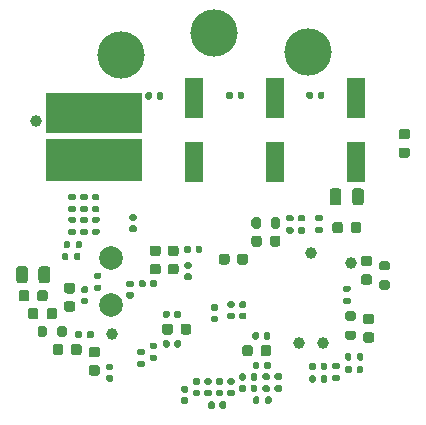
<source format=gbr>
G04 #@! TF.GenerationSoftware,KiCad,Pcbnew,(5.1.8)-1*
G04 #@! TF.CreationDate,2020-11-22T23:20:16-08:00*
G04 #@! TF.ProjectId,Thruster_Controller_V2,54687275-7374-4657-925f-436f6e74726f,rev?*
G04 #@! TF.SameCoordinates,Original*
G04 #@! TF.FileFunction,Soldermask,Top*
G04 #@! TF.FilePolarity,Negative*
%FSLAX46Y46*%
G04 Gerber Fmt 4.6, Leading zero omitted, Abs format (unit mm)*
G04 Created by KiCad (PCBNEW (5.1.8)-1) date 2020-11-22 23:20:16*
%MOMM*%
%LPD*%
G01*
G04 APERTURE LIST*
%ADD10C,0.100000*%
%ADD11R,1.600000X3.500000*%
%ADD12C,0.990600*%
%ADD13C,4.000000*%
%ADD14R,2.500000X1.850000*%
%ADD15C,2.000000*%
%ADD16C,1.000000*%
G04 APERTURE END LIST*
D10*
G36*
X93662500Y-95050000D02*
G01*
X85600000Y-95050000D01*
X85600000Y-91550000D01*
X93637500Y-91550000D01*
X93662500Y-95050000D01*
G37*
X93662500Y-95050000D02*
X85600000Y-95050000D01*
X85600000Y-91550000D01*
X93637500Y-91550000D01*
X93662500Y-95050000D01*
G36*
X93612500Y-91000000D02*
G01*
X85625000Y-90975000D01*
X85625000Y-87650000D01*
X93587500Y-87650000D01*
X93612500Y-91000000D01*
G37*
X93612500Y-91000000D02*
X85625000Y-90975000D01*
X85625000Y-87650000D01*
X93587500Y-87650000D01*
X93612500Y-91000000D01*
D11*
X98150000Y-88100000D03*
X98150000Y-93500000D03*
X105000000Y-88100000D03*
X105000000Y-93500000D03*
X111850000Y-88100000D03*
X111850000Y-93500000D03*
D12*
X106984000Y-108810000D03*
X109016000Y-108810000D03*
X108000000Y-101190000D03*
D13*
X91950000Y-84400000D03*
X99800000Y-82600000D03*
X107800000Y-84150000D03*
D14*
X89900000Y-89175000D03*
X89825000Y-93550000D03*
D15*
X91050000Y-105600000D03*
X91050000Y-101600000D03*
D16*
X111375000Y-102050000D03*
X84775000Y-90050000D03*
X91210000Y-108070000D03*
G36*
G01*
X96100000Y-100575000D02*
X96600000Y-100575000D01*
G75*
G02*
X96825000Y-100800000I0J-225000D01*
G01*
X96825000Y-101250000D01*
G75*
G02*
X96600000Y-101475000I-225000J0D01*
G01*
X96100000Y-101475000D01*
G75*
G02*
X95875000Y-101250000I0J225000D01*
G01*
X95875000Y-100800000D01*
G75*
G02*
X96100000Y-100575000I225000J0D01*
G01*
G37*
G36*
G01*
X96100000Y-102125000D02*
X96600000Y-102125000D01*
G75*
G02*
X96825000Y-102350000I0J-225000D01*
G01*
X96825000Y-102800000D01*
G75*
G02*
X96600000Y-103025000I-225000J0D01*
G01*
X96100000Y-103025000D01*
G75*
G02*
X95875000Y-102800000I0J225000D01*
G01*
X95875000Y-102350000D01*
G75*
G02*
X96100000Y-102125000I225000J0D01*
G01*
G37*
G36*
G01*
X97770000Y-103500000D02*
X97430000Y-103500000D01*
G75*
G02*
X97290000Y-103360000I0J140000D01*
G01*
X97290000Y-103080000D01*
G75*
G02*
X97430000Y-102940000I140000J0D01*
G01*
X97770000Y-102940000D01*
G75*
G02*
X97910000Y-103080000I0J-140000D01*
G01*
X97910000Y-103360000D01*
G75*
G02*
X97770000Y-103500000I-140000J0D01*
G01*
G37*
G36*
G01*
X97770000Y-102540000D02*
X97430000Y-102540000D01*
G75*
G02*
X97290000Y-102400000I0J140000D01*
G01*
X97290000Y-102120000D01*
G75*
G02*
X97430000Y-101980000I140000J0D01*
G01*
X97770000Y-101980000D01*
G75*
G02*
X97910000Y-102120000I0J-140000D01*
G01*
X97910000Y-102400000D01*
G75*
G02*
X97770000Y-102540000I-140000J0D01*
G01*
G37*
G36*
G01*
X110600000Y-95975000D02*
X110600000Y-96925000D01*
G75*
G02*
X110350000Y-97175000I-250000J0D01*
G01*
X109850000Y-97175000D01*
G75*
G02*
X109600000Y-96925000I0J250000D01*
G01*
X109600000Y-95975000D01*
G75*
G02*
X109850000Y-95725000I250000J0D01*
G01*
X110350000Y-95725000D01*
G75*
G02*
X110600000Y-95975000I0J-250000D01*
G01*
G37*
G36*
G01*
X112500000Y-95975000D02*
X112500000Y-96925000D01*
G75*
G02*
X112250000Y-97175000I-250000J0D01*
G01*
X111750000Y-97175000D01*
G75*
G02*
X111500000Y-96925000I0J250000D01*
G01*
X111500000Y-95975000D01*
G75*
G02*
X111750000Y-95725000I250000J0D01*
G01*
X112250000Y-95725000D01*
G75*
G02*
X112500000Y-95975000I0J-250000D01*
G01*
G37*
G36*
G01*
X112275000Y-98800000D02*
X112275000Y-99300000D01*
G75*
G02*
X112050000Y-99525000I-225000J0D01*
G01*
X111600000Y-99525000D01*
G75*
G02*
X111375000Y-99300000I0J225000D01*
G01*
X111375000Y-98800000D01*
G75*
G02*
X111600000Y-98575000I225000J0D01*
G01*
X112050000Y-98575000D01*
G75*
G02*
X112275000Y-98800000I0J-225000D01*
G01*
G37*
G36*
G01*
X110725000Y-98800000D02*
X110725000Y-99300000D01*
G75*
G02*
X110500000Y-99525000I-225000J0D01*
G01*
X110050000Y-99525000D01*
G75*
G02*
X109825000Y-99300000I0J225000D01*
G01*
X109825000Y-98800000D01*
G75*
G02*
X110050000Y-98575000I225000J0D01*
G01*
X110500000Y-98575000D01*
G75*
G02*
X110725000Y-98800000I0J-225000D01*
G01*
G37*
G36*
G01*
X94580000Y-102125000D02*
X95080000Y-102125000D01*
G75*
G02*
X95305000Y-102350000I0J-225000D01*
G01*
X95305000Y-102800000D01*
G75*
G02*
X95080000Y-103025000I-225000J0D01*
G01*
X94580000Y-103025000D01*
G75*
G02*
X94355000Y-102800000I0J225000D01*
G01*
X94355000Y-102350000D01*
G75*
G02*
X94580000Y-102125000I225000J0D01*
G01*
G37*
G36*
G01*
X94580000Y-100575000D02*
X95080000Y-100575000D01*
G75*
G02*
X95305000Y-100800000I0J-225000D01*
G01*
X95305000Y-101250000D01*
G75*
G02*
X95080000Y-101475000I-225000J0D01*
G01*
X94580000Y-101475000D01*
G75*
G02*
X94355000Y-101250000I0J225000D01*
G01*
X94355000Y-100800000D01*
G75*
G02*
X94580000Y-100575000I225000J0D01*
G01*
G37*
G36*
G01*
X103650000Y-110555000D02*
X103650000Y-110895000D01*
G75*
G02*
X103510000Y-111035000I-140000J0D01*
G01*
X103230000Y-111035000D01*
G75*
G02*
X103090000Y-110895000I0J140000D01*
G01*
X103090000Y-110555000D01*
G75*
G02*
X103230000Y-110415000I140000J0D01*
G01*
X103510000Y-110415000D01*
G75*
G02*
X103650000Y-110555000I0J-140000D01*
G01*
G37*
G36*
G01*
X104610000Y-110555000D02*
X104610000Y-110895000D01*
G75*
G02*
X104470000Y-111035000I-140000J0D01*
G01*
X104190000Y-111035000D01*
G75*
G02*
X104050000Y-110895000I0J140000D01*
G01*
X104050000Y-110555000D01*
G75*
G02*
X104190000Y-110415000I140000J0D01*
G01*
X104470000Y-110415000D01*
G75*
G02*
X104610000Y-110555000I0J-140000D01*
G01*
G37*
G36*
G01*
X107870000Y-112040000D02*
X107870000Y-111700000D01*
G75*
G02*
X108010000Y-111560000I140000J0D01*
G01*
X108290000Y-111560000D01*
G75*
G02*
X108430000Y-111700000I0J-140000D01*
G01*
X108430000Y-112040000D01*
G75*
G02*
X108290000Y-112180000I-140000J0D01*
G01*
X108010000Y-112180000D01*
G75*
G02*
X107870000Y-112040000I0J140000D01*
G01*
G37*
G36*
G01*
X108830000Y-112040000D02*
X108830000Y-111700000D01*
G75*
G02*
X108970000Y-111560000I140000J0D01*
G01*
X109250000Y-111560000D01*
G75*
G02*
X109390000Y-111700000I0J-140000D01*
G01*
X109390000Y-112040000D01*
G75*
G02*
X109250000Y-112180000I-140000J0D01*
G01*
X108970000Y-112180000D01*
G75*
G02*
X108830000Y-112040000I0J140000D01*
G01*
G37*
G36*
G01*
X91140000Y-112090000D02*
X90800000Y-112090000D01*
G75*
G02*
X90660000Y-111950000I0J140000D01*
G01*
X90660000Y-111670000D01*
G75*
G02*
X90800000Y-111530000I140000J0D01*
G01*
X91140000Y-111530000D01*
G75*
G02*
X91280000Y-111670000I0J-140000D01*
G01*
X91280000Y-111950000D01*
G75*
G02*
X91140000Y-112090000I-140000J0D01*
G01*
G37*
G36*
G01*
X91140000Y-111130000D02*
X90800000Y-111130000D01*
G75*
G02*
X90660000Y-110990000I0J140000D01*
G01*
X90660000Y-110710000D01*
G75*
G02*
X90800000Y-110570000I140000J0D01*
G01*
X91140000Y-110570000D01*
G75*
G02*
X91280000Y-110710000I0J-140000D01*
G01*
X91280000Y-110990000D01*
G75*
G02*
X91140000Y-111130000I-140000J0D01*
G01*
G37*
G36*
G01*
X98250000Y-101070000D02*
X98250000Y-100730000D01*
G75*
G02*
X98390000Y-100590000I140000J0D01*
G01*
X98670000Y-100590000D01*
G75*
G02*
X98810000Y-100730000I0J-140000D01*
G01*
X98810000Y-101070000D01*
G75*
G02*
X98670000Y-101210000I-140000J0D01*
G01*
X98390000Y-101210000D01*
G75*
G02*
X98250000Y-101070000I0J140000D01*
G01*
G37*
G36*
G01*
X97290000Y-101070000D02*
X97290000Y-100730000D01*
G75*
G02*
X97430000Y-100590000I140000J0D01*
G01*
X97710000Y-100590000D01*
G75*
G02*
X97850000Y-100730000I0J-140000D01*
G01*
X97850000Y-101070000D01*
G75*
G02*
X97710000Y-101210000I-140000J0D01*
G01*
X97430000Y-101210000D01*
G75*
G02*
X97290000Y-101070000I0J140000D01*
G01*
G37*
G36*
G01*
X107640000Y-88020000D02*
X107640000Y-87680000D01*
G75*
G02*
X107780000Y-87540000I140000J0D01*
G01*
X108060000Y-87540000D01*
G75*
G02*
X108200000Y-87680000I0J-140000D01*
G01*
X108200000Y-88020000D01*
G75*
G02*
X108060000Y-88160000I-140000J0D01*
G01*
X107780000Y-88160000D01*
G75*
G02*
X107640000Y-88020000I0J140000D01*
G01*
G37*
G36*
G01*
X108600000Y-88020000D02*
X108600000Y-87680000D01*
G75*
G02*
X108740000Y-87540000I140000J0D01*
G01*
X109020000Y-87540000D01*
G75*
G02*
X109160000Y-87680000I0J-140000D01*
G01*
X109160000Y-88020000D01*
G75*
G02*
X109020000Y-88160000I-140000J0D01*
G01*
X108740000Y-88160000D01*
G75*
G02*
X108600000Y-88020000I0J140000D01*
G01*
G37*
G36*
G01*
X101800000Y-88020000D02*
X101800000Y-87680000D01*
G75*
G02*
X101940000Y-87540000I140000J0D01*
G01*
X102220000Y-87540000D01*
G75*
G02*
X102360000Y-87680000I0J-140000D01*
G01*
X102360000Y-88020000D01*
G75*
G02*
X102220000Y-88160000I-140000J0D01*
G01*
X101940000Y-88160000D01*
G75*
G02*
X101800000Y-88020000I0J140000D01*
G01*
G37*
G36*
G01*
X100840000Y-88020000D02*
X100840000Y-87680000D01*
G75*
G02*
X100980000Y-87540000I140000J0D01*
G01*
X101260000Y-87540000D01*
G75*
G02*
X101400000Y-87680000I0J-140000D01*
G01*
X101400000Y-88020000D01*
G75*
G02*
X101260000Y-88160000I-140000J0D01*
G01*
X100980000Y-88160000D01*
G75*
G02*
X100840000Y-88020000I0J140000D01*
G01*
G37*
G36*
G01*
X94950000Y-88070000D02*
X94950000Y-87730000D01*
G75*
G02*
X95090000Y-87590000I140000J0D01*
G01*
X95370000Y-87590000D01*
G75*
G02*
X95510000Y-87730000I0J-140000D01*
G01*
X95510000Y-88070000D01*
G75*
G02*
X95370000Y-88210000I-140000J0D01*
G01*
X95090000Y-88210000D01*
G75*
G02*
X94950000Y-88070000I0J140000D01*
G01*
G37*
G36*
G01*
X93990000Y-88070000D02*
X93990000Y-87730000D01*
G75*
G02*
X94130000Y-87590000I140000J0D01*
G01*
X94410000Y-87590000D01*
G75*
G02*
X94550000Y-87730000I0J-140000D01*
G01*
X94550000Y-88070000D01*
G75*
G02*
X94410000Y-88210000I-140000J0D01*
G01*
X94130000Y-88210000D01*
G75*
G02*
X93990000Y-88070000I0J140000D01*
G01*
G37*
G36*
G01*
X96975000Y-107900000D02*
X96975000Y-107400000D01*
G75*
G02*
X97200000Y-107175000I225000J0D01*
G01*
X97650000Y-107175000D01*
G75*
G02*
X97875000Y-107400000I0J-225000D01*
G01*
X97875000Y-107900000D01*
G75*
G02*
X97650000Y-108125000I-225000J0D01*
G01*
X97200000Y-108125000D01*
G75*
G02*
X96975000Y-107900000I0J225000D01*
G01*
G37*
G36*
G01*
X95425000Y-107900000D02*
X95425000Y-107400000D01*
G75*
G02*
X95650000Y-107175000I225000J0D01*
G01*
X96100000Y-107175000D01*
G75*
G02*
X96325000Y-107400000I0J-225000D01*
G01*
X96325000Y-107900000D01*
G75*
G02*
X96100000Y-108125000I-225000J0D01*
G01*
X95650000Y-108125000D01*
G75*
G02*
X95425000Y-107900000I0J225000D01*
G01*
G37*
G36*
G01*
X107870000Y-110980000D02*
X107870000Y-110640000D01*
G75*
G02*
X108010000Y-110500000I140000J0D01*
G01*
X108290000Y-110500000D01*
G75*
G02*
X108430000Y-110640000I0J-140000D01*
G01*
X108430000Y-110980000D01*
G75*
G02*
X108290000Y-111120000I-140000J0D01*
G01*
X108010000Y-111120000D01*
G75*
G02*
X107870000Y-110980000I0J140000D01*
G01*
G37*
G36*
G01*
X108830000Y-110980000D02*
X108830000Y-110640000D01*
G75*
G02*
X108970000Y-110500000I140000J0D01*
G01*
X109250000Y-110500000D01*
G75*
G02*
X109390000Y-110640000I0J-140000D01*
G01*
X109390000Y-110980000D01*
G75*
G02*
X109250000Y-111120000I-140000J0D01*
G01*
X108970000Y-111120000D01*
G75*
G02*
X108830000Y-110980000I0J140000D01*
G01*
G37*
G36*
G01*
X104650000Y-109225000D02*
X104650000Y-109725000D01*
G75*
G02*
X104425000Y-109950000I-225000J0D01*
G01*
X103975000Y-109950000D01*
G75*
G02*
X103750000Y-109725000I0J225000D01*
G01*
X103750000Y-109225000D01*
G75*
G02*
X103975000Y-109000000I225000J0D01*
G01*
X104425000Y-109000000D01*
G75*
G02*
X104650000Y-109225000I0J-225000D01*
G01*
G37*
G36*
G01*
X103100000Y-109225000D02*
X103100000Y-109725000D01*
G75*
G02*
X102875000Y-109950000I-225000J0D01*
G01*
X102425000Y-109950000D01*
G75*
G02*
X102200000Y-109725000I0J225000D01*
G01*
X102200000Y-109225000D01*
G75*
G02*
X102425000Y-109000000I225000J0D01*
G01*
X102875000Y-109000000D01*
G75*
G02*
X103100000Y-109225000I0J-225000D01*
G01*
G37*
G36*
G01*
X99470000Y-113335000D02*
X99130000Y-113335000D01*
G75*
G02*
X98990000Y-113195000I0J140000D01*
G01*
X98990000Y-112915000D01*
G75*
G02*
X99130000Y-112775000I140000J0D01*
G01*
X99470000Y-112775000D01*
G75*
G02*
X99610000Y-112915000I0J-140000D01*
G01*
X99610000Y-113195000D01*
G75*
G02*
X99470000Y-113335000I-140000J0D01*
G01*
G37*
G36*
G01*
X99470000Y-112375000D02*
X99130000Y-112375000D01*
G75*
G02*
X98990000Y-112235000I0J140000D01*
G01*
X98990000Y-111955000D01*
G75*
G02*
X99130000Y-111815000I140000J0D01*
G01*
X99470000Y-111815000D01*
G75*
G02*
X99610000Y-111955000I0J-140000D01*
G01*
X99610000Y-112235000D01*
G75*
G02*
X99470000Y-112375000I-140000J0D01*
G01*
G37*
G36*
G01*
X101125000Y-101475000D02*
X101125000Y-101975000D01*
G75*
G02*
X100900000Y-102200000I-225000J0D01*
G01*
X100450000Y-102200000D01*
G75*
G02*
X100225000Y-101975000I0J225000D01*
G01*
X100225000Y-101475000D01*
G75*
G02*
X100450000Y-101250000I225000J0D01*
G01*
X100900000Y-101250000D01*
G75*
G02*
X101125000Y-101475000I0J-225000D01*
G01*
G37*
G36*
G01*
X102675000Y-101475000D02*
X102675000Y-101975000D01*
G75*
G02*
X102450000Y-102200000I-225000J0D01*
G01*
X102000000Y-102200000D01*
G75*
G02*
X101775000Y-101975000I0J225000D01*
G01*
X101775000Y-101475000D01*
G75*
G02*
X102000000Y-101250000I225000J0D01*
G01*
X102450000Y-101250000D01*
G75*
G02*
X102675000Y-101475000I0J-225000D01*
G01*
G37*
G36*
G01*
X86155000Y-109630000D02*
X86155000Y-109130000D01*
G75*
G02*
X86380000Y-108905000I225000J0D01*
G01*
X86830000Y-108905000D01*
G75*
G02*
X87055000Y-109130000I0J-225000D01*
G01*
X87055000Y-109630000D01*
G75*
G02*
X86830000Y-109855000I-225000J0D01*
G01*
X86380000Y-109855000D01*
G75*
G02*
X86155000Y-109630000I0J225000D01*
G01*
G37*
G36*
G01*
X87705000Y-109630000D02*
X87705000Y-109130000D01*
G75*
G02*
X87930000Y-108905000I225000J0D01*
G01*
X88380000Y-108905000D01*
G75*
G02*
X88605000Y-109130000I0J-225000D01*
G01*
X88605000Y-109630000D01*
G75*
G02*
X88380000Y-109855000I-225000J0D01*
G01*
X87930000Y-109855000D01*
G75*
G02*
X87705000Y-109630000I0J225000D01*
G01*
G37*
G36*
G01*
X100445000Y-113335000D02*
X100105000Y-113335000D01*
G75*
G02*
X99965000Y-113195000I0J140000D01*
G01*
X99965000Y-112915000D01*
G75*
G02*
X100105000Y-112775000I140000J0D01*
G01*
X100445000Y-112775000D01*
G75*
G02*
X100585000Y-112915000I0J-140000D01*
G01*
X100585000Y-113195000D01*
G75*
G02*
X100445000Y-113335000I-140000J0D01*
G01*
G37*
G36*
G01*
X100445000Y-112375000D02*
X100105000Y-112375000D01*
G75*
G02*
X99965000Y-112235000I0J140000D01*
G01*
X99965000Y-111955000D01*
G75*
G02*
X100105000Y-111815000I140000J0D01*
G01*
X100445000Y-111815000D01*
G75*
G02*
X100585000Y-111955000I0J-140000D01*
G01*
X100585000Y-112235000D01*
G75*
G02*
X100445000Y-112375000I-140000J0D01*
G01*
G37*
G36*
G01*
X89020000Y-104600000D02*
X88680000Y-104600000D01*
G75*
G02*
X88540000Y-104460000I0J140000D01*
G01*
X88540000Y-104180000D01*
G75*
G02*
X88680000Y-104040000I140000J0D01*
G01*
X89020000Y-104040000D01*
G75*
G02*
X89160000Y-104180000I0J-140000D01*
G01*
X89160000Y-104460000D01*
G75*
G02*
X89020000Y-104600000I-140000J0D01*
G01*
G37*
G36*
G01*
X89020000Y-105560000D02*
X88680000Y-105560000D01*
G75*
G02*
X88540000Y-105420000I0J140000D01*
G01*
X88540000Y-105140000D01*
G75*
G02*
X88680000Y-105000000I140000J0D01*
G01*
X89020000Y-105000000D01*
G75*
G02*
X89160000Y-105140000I0J-140000D01*
G01*
X89160000Y-105420000D01*
G75*
G02*
X89020000Y-105560000I-140000J0D01*
G01*
G37*
G36*
G01*
X92780000Y-97915000D02*
X93120000Y-97915000D01*
G75*
G02*
X93260000Y-98055000I0J-140000D01*
G01*
X93260000Y-98335000D01*
G75*
G02*
X93120000Y-98475000I-140000J0D01*
G01*
X92780000Y-98475000D01*
G75*
G02*
X92640000Y-98335000I0J140000D01*
G01*
X92640000Y-98055000D01*
G75*
G02*
X92780000Y-97915000I140000J0D01*
G01*
G37*
G36*
G01*
X92780000Y-98875000D02*
X93120000Y-98875000D01*
G75*
G02*
X93260000Y-99015000I0J-140000D01*
G01*
X93260000Y-99295000D01*
G75*
G02*
X93120000Y-99435000I-140000J0D01*
G01*
X92780000Y-99435000D01*
G75*
G02*
X92640000Y-99295000I0J140000D01*
G01*
X92640000Y-99015000D01*
G75*
G02*
X92780000Y-98875000I140000J0D01*
G01*
G37*
G36*
G01*
X89430000Y-110695000D02*
X89930000Y-110695000D01*
G75*
G02*
X90155000Y-110920000I0J-225000D01*
G01*
X90155000Y-111370000D01*
G75*
G02*
X89930000Y-111595000I-225000J0D01*
G01*
X89430000Y-111595000D01*
G75*
G02*
X89205000Y-111370000I0J225000D01*
G01*
X89205000Y-110920000D01*
G75*
G02*
X89430000Y-110695000I225000J0D01*
G01*
G37*
G36*
G01*
X89430000Y-109145000D02*
X89930000Y-109145000D01*
G75*
G02*
X90155000Y-109370000I0J-225000D01*
G01*
X90155000Y-109820000D01*
G75*
G02*
X89930000Y-110045000I-225000J0D01*
G01*
X89430000Y-110045000D01*
G75*
G02*
X89205000Y-109820000I0J225000D01*
G01*
X89205000Y-109370000D01*
G75*
G02*
X89430000Y-109145000I225000J0D01*
G01*
G37*
G36*
G01*
X87830000Y-104635000D02*
X87330000Y-104635000D01*
G75*
G02*
X87105000Y-104410000I0J225000D01*
G01*
X87105000Y-103960000D01*
G75*
G02*
X87330000Y-103735000I225000J0D01*
G01*
X87830000Y-103735000D01*
G75*
G02*
X88055000Y-103960000I0J-225000D01*
G01*
X88055000Y-104410000D01*
G75*
G02*
X87830000Y-104635000I-225000J0D01*
G01*
G37*
G36*
G01*
X87830000Y-106185000D02*
X87330000Y-106185000D01*
G75*
G02*
X87105000Y-105960000I0J225000D01*
G01*
X87105000Y-105510000D01*
G75*
G02*
X87330000Y-105285000I225000J0D01*
G01*
X87830000Y-105285000D01*
G75*
G02*
X88055000Y-105510000I0J-225000D01*
G01*
X88055000Y-105960000D01*
G75*
G02*
X87830000Y-106185000I-225000J0D01*
G01*
G37*
G36*
G01*
X101420000Y-112375000D02*
X101080000Y-112375000D01*
G75*
G02*
X100940000Y-112235000I0J140000D01*
G01*
X100940000Y-111955000D01*
G75*
G02*
X101080000Y-111815000I140000J0D01*
G01*
X101420000Y-111815000D01*
G75*
G02*
X101560000Y-111955000I0J-140000D01*
G01*
X101560000Y-112235000D01*
G75*
G02*
X101420000Y-112375000I-140000J0D01*
G01*
G37*
G36*
G01*
X101420000Y-113335000D02*
X101080000Y-113335000D01*
G75*
G02*
X100940000Y-113195000I0J140000D01*
G01*
X100940000Y-112915000D01*
G75*
G02*
X101080000Y-112775000I140000J0D01*
G01*
X101420000Y-112775000D01*
G75*
G02*
X101560000Y-112915000I0J-140000D01*
G01*
X101560000Y-113195000D01*
G75*
G02*
X101420000Y-113335000I-140000J0D01*
G01*
G37*
G36*
G01*
X103460000Y-111530000D02*
X103460000Y-111870000D01*
G75*
G02*
X103320000Y-112010000I-140000J0D01*
G01*
X103040000Y-112010000D01*
G75*
G02*
X102900000Y-111870000I0J140000D01*
G01*
X102900000Y-111530000D01*
G75*
G02*
X103040000Y-111390000I140000J0D01*
G01*
X103320000Y-111390000D01*
G75*
G02*
X103460000Y-111530000I0J-140000D01*
G01*
G37*
G36*
G01*
X102500000Y-111530000D02*
X102500000Y-111870000D01*
G75*
G02*
X102360000Y-112010000I-140000J0D01*
G01*
X102080000Y-112010000D01*
G75*
G02*
X101940000Y-111870000I0J140000D01*
G01*
X101940000Y-111530000D01*
G75*
G02*
X102080000Y-111390000I140000J0D01*
G01*
X102360000Y-111390000D01*
G75*
G02*
X102500000Y-111530000I0J-140000D01*
G01*
G37*
G36*
G01*
X98495000Y-113335000D02*
X98155000Y-113335000D01*
G75*
G02*
X98015000Y-113195000I0J140000D01*
G01*
X98015000Y-112915000D01*
G75*
G02*
X98155000Y-112775000I140000J0D01*
G01*
X98495000Y-112775000D01*
G75*
G02*
X98635000Y-112915000I0J-140000D01*
G01*
X98635000Y-113195000D01*
G75*
G02*
X98495000Y-113335000I-140000J0D01*
G01*
G37*
G36*
G01*
X98495000Y-112375000D02*
X98155000Y-112375000D01*
G75*
G02*
X98015000Y-112235000I0J140000D01*
G01*
X98015000Y-111955000D01*
G75*
G02*
X98155000Y-111815000I140000J0D01*
G01*
X98495000Y-111815000D01*
G75*
G02*
X98635000Y-111955000I0J-140000D01*
G01*
X98635000Y-112235000D01*
G75*
G02*
X98495000Y-112375000I-140000J0D01*
G01*
G37*
G36*
G01*
X103460000Y-112505000D02*
X103460000Y-112845000D01*
G75*
G02*
X103320000Y-112985000I-140000J0D01*
G01*
X103040000Y-112985000D01*
G75*
G02*
X102900000Y-112845000I0J140000D01*
G01*
X102900000Y-112505000D01*
G75*
G02*
X103040000Y-112365000I140000J0D01*
G01*
X103320000Y-112365000D01*
G75*
G02*
X103460000Y-112505000I0J-140000D01*
G01*
G37*
G36*
G01*
X102500000Y-112505000D02*
X102500000Y-112845000D01*
G75*
G02*
X102360000Y-112985000I-140000J0D01*
G01*
X102080000Y-112985000D01*
G75*
G02*
X101940000Y-112845000I0J140000D01*
G01*
X101940000Y-112505000D01*
G75*
G02*
X102080000Y-112365000I140000J0D01*
G01*
X102360000Y-112365000D01*
G75*
G02*
X102500000Y-112505000I0J-140000D01*
G01*
G37*
G36*
G01*
X103625000Y-108055000D02*
X103625000Y-108395000D01*
G75*
G02*
X103485000Y-108535000I-140000J0D01*
G01*
X103205000Y-108535000D01*
G75*
G02*
X103065000Y-108395000I0J140000D01*
G01*
X103065000Y-108055000D01*
G75*
G02*
X103205000Y-107915000I140000J0D01*
G01*
X103485000Y-107915000D01*
G75*
G02*
X103625000Y-108055000I0J-140000D01*
G01*
G37*
G36*
G01*
X104585000Y-108055000D02*
X104585000Y-108395000D01*
G75*
G02*
X104445000Y-108535000I-140000J0D01*
G01*
X104165000Y-108535000D01*
G75*
G02*
X104025000Y-108395000I0J140000D01*
G01*
X104025000Y-108055000D01*
G75*
G02*
X104165000Y-107915000I140000J0D01*
G01*
X104445000Y-107915000D01*
G75*
G02*
X104585000Y-108055000I0J-140000D01*
G01*
G37*
G36*
G01*
X97495000Y-113985000D02*
X97155000Y-113985000D01*
G75*
G02*
X97015000Y-113845000I0J140000D01*
G01*
X97015000Y-113565000D01*
G75*
G02*
X97155000Y-113425000I140000J0D01*
G01*
X97495000Y-113425000D01*
G75*
G02*
X97635000Y-113565000I0J-140000D01*
G01*
X97635000Y-113845000D01*
G75*
G02*
X97495000Y-113985000I-140000J0D01*
G01*
G37*
G36*
G01*
X97495000Y-113025000D02*
X97155000Y-113025000D01*
G75*
G02*
X97015000Y-112885000I0J140000D01*
G01*
X97015000Y-112605000D01*
G75*
G02*
X97155000Y-112465000I140000J0D01*
G01*
X97495000Y-112465000D01*
G75*
G02*
X97635000Y-112605000I0J-140000D01*
G01*
X97635000Y-112885000D01*
G75*
G02*
X97495000Y-113025000I-140000J0D01*
G01*
G37*
G36*
G01*
X110920000Y-111260000D02*
X110920000Y-110920000D01*
G75*
G02*
X111060000Y-110780000I140000J0D01*
G01*
X111340000Y-110780000D01*
G75*
G02*
X111480000Y-110920000I0J-140000D01*
G01*
X111480000Y-111260000D01*
G75*
G02*
X111340000Y-111400000I-140000J0D01*
G01*
X111060000Y-111400000D01*
G75*
G02*
X110920000Y-111260000I0J140000D01*
G01*
G37*
G36*
G01*
X111880000Y-111260000D02*
X111880000Y-110920000D01*
G75*
G02*
X112020000Y-110780000I140000J0D01*
G01*
X112300000Y-110780000D01*
G75*
G02*
X112440000Y-110920000I0J-140000D01*
G01*
X112440000Y-111260000D01*
G75*
G02*
X112300000Y-111400000I-140000J0D01*
G01*
X112020000Y-111400000D01*
G75*
G02*
X111880000Y-111260000I0J140000D01*
G01*
G37*
G36*
G01*
X94010000Y-103630000D02*
X94010000Y-103970000D01*
G75*
G02*
X93870000Y-104110000I-140000J0D01*
G01*
X93590000Y-104110000D01*
G75*
G02*
X93450000Y-103970000I0J140000D01*
G01*
X93450000Y-103630000D01*
G75*
G02*
X93590000Y-103490000I140000J0D01*
G01*
X93870000Y-103490000D01*
G75*
G02*
X94010000Y-103630000I0J-140000D01*
G01*
G37*
G36*
G01*
X94970000Y-103630000D02*
X94970000Y-103970000D01*
G75*
G02*
X94830000Y-104110000I-140000J0D01*
G01*
X94550000Y-104110000D01*
G75*
G02*
X94410000Y-103970000I0J140000D01*
G01*
X94410000Y-103630000D01*
G75*
G02*
X94550000Y-103490000I140000J0D01*
G01*
X94830000Y-103490000D01*
G75*
G02*
X94970000Y-103630000I0J-140000D01*
G01*
G37*
G36*
G01*
X92870000Y-105060000D02*
X92530000Y-105060000D01*
G75*
G02*
X92390000Y-104920000I0J140000D01*
G01*
X92390000Y-104640000D01*
G75*
G02*
X92530000Y-104500000I140000J0D01*
G01*
X92870000Y-104500000D01*
G75*
G02*
X93010000Y-104640000I0J-140000D01*
G01*
X93010000Y-104920000D01*
G75*
G02*
X92870000Y-105060000I-140000J0D01*
G01*
G37*
G36*
G01*
X92870000Y-104100000D02*
X92530000Y-104100000D01*
G75*
G02*
X92390000Y-103960000I0J140000D01*
G01*
X92390000Y-103680000D01*
G75*
G02*
X92530000Y-103540000I140000J0D01*
G01*
X92870000Y-103540000D01*
G75*
G02*
X93010000Y-103680000I0J-140000D01*
G01*
X93010000Y-103960000D01*
G75*
G02*
X92870000Y-104100000I-140000J0D01*
G01*
G37*
G36*
G01*
X101080000Y-106250000D02*
X101420000Y-106250000D01*
G75*
G02*
X101560000Y-106390000I0J-140000D01*
G01*
X101560000Y-106670000D01*
G75*
G02*
X101420000Y-106810000I-140000J0D01*
G01*
X101080000Y-106810000D01*
G75*
G02*
X100940000Y-106670000I0J140000D01*
G01*
X100940000Y-106390000D01*
G75*
G02*
X101080000Y-106250000I140000J0D01*
G01*
G37*
G36*
G01*
X101080000Y-105290000D02*
X101420000Y-105290000D01*
G75*
G02*
X101560000Y-105430000I0J-140000D01*
G01*
X101560000Y-105710000D01*
G75*
G02*
X101420000Y-105850000I-140000J0D01*
G01*
X101080000Y-105850000D01*
G75*
G02*
X100940000Y-105710000I0J140000D01*
G01*
X100940000Y-105430000D01*
G75*
G02*
X101080000Y-105290000I140000J0D01*
G01*
G37*
G36*
G01*
X96450000Y-109070000D02*
X96450000Y-108730000D01*
G75*
G02*
X96590000Y-108590000I140000J0D01*
G01*
X96870000Y-108590000D01*
G75*
G02*
X97010000Y-108730000I0J-140000D01*
G01*
X97010000Y-109070000D01*
G75*
G02*
X96870000Y-109210000I-140000J0D01*
G01*
X96590000Y-109210000D01*
G75*
G02*
X96450000Y-109070000I0J140000D01*
G01*
G37*
G36*
G01*
X95490000Y-109070000D02*
X95490000Y-108730000D01*
G75*
G02*
X95630000Y-108590000I140000J0D01*
G01*
X95910000Y-108590000D01*
G75*
G02*
X96050000Y-108730000I0J-140000D01*
G01*
X96050000Y-109070000D01*
G75*
G02*
X95910000Y-109210000I-140000J0D01*
G01*
X95630000Y-109210000D01*
G75*
G02*
X95490000Y-109070000I0J140000D01*
G01*
G37*
G36*
G01*
X102080000Y-106250000D02*
X102420000Y-106250000D01*
G75*
G02*
X102560000Y-106390000I0J-140000D01*
G01*
X102560000Y-106670000D01*
G75*
G02*
X102420000Y-106810000I-140000J0D01*
G01*
X102080000Y-106810000D01*
G75*
G02*
X101940000Y-106670000I0J140000D01*
G01*
X101940000Y-106390000D01*
G75*
G02*
X102080000Y-106250000I140000J0D01*
G01*
G37*
G36*
G01*
X102080000Y-105290000D02*
X102420000Y-105290000D01*
G75*
G02*
X102560000Y-105430000I0J-140000D01*
G01*
X102560000Y-105710000D01*
G75*
G02*
X102420000Y-105850000I-140000J0D01*
G01*
X102080000Y-105850000D01*
G75*
G02*
X101940000Y-105710000I0J140000D01*
G01*
X101940000Y-105430000D01*
G75*
G02*
X102080000Y-105290000I140000J0D01*
G01*
G37*
G36*
G01*
X95490000Y-106570000D02*
X95490000Y-106230000D01*
G75*
G02*
X95630000Y-106090000I140000J0D01*
G01*
X95910000Y-106090000D01*
G75*
G02*
X96050000Y-106230000I0J-140000D01*
G01*
X96050000Y-106570000D01*
G75*
G02*
X95910000Y-106710000I-140000J0D01*
G01*
X95630000Y-106710000D01*
G75*
G02*
X95490000Y-106570000I0J140000D01*
G01*
G37*
G36*
G01*
X96450000Y-106570000D02*
X96450000Y-106230000D01*
G75*
G02*
X96590000Y-106090000I140000J0D01*
G01*
X96870000Y-106090000D01*
G75*
G02*
X97010000Y-106230000I0J-140000D01*
G01*
X97010000Y-106570000D01*
G75*
G02*
X96870000Y-106710000I-140000J0D01*
G01*
X96590000Y-106710000D01*
G75*
G02*
X96450000Y-106570000I0J140000D01*
G01*
G37*
G36*
G01*
X99680000Y-106500000D02*
X100020000Y-106500000D01*
G75*
G02*
X100160000Y-106640000I0J-140000D01*
G01*
X100160000Y-106920000D01*
G75*
G02*
X100020000Y-107060000I-140000J0D01*
G01*
X99680000Y-107060000D01*
G75*
G02*
X99540000Y-106920000I0J140000D01*
G01*
X99540000Y-106640000D01*
G75*
G02*
X99680000Y-106500000I140000J0D01*
G01*
G37*
G36*
G01*
X99680000Y-105540000D02*
X100020000Y-105540000D01*
G75*
G02*
X100160000Y-105680000I0J-140000D01*
G01*
X100160000Y-105960000D01*
G75*
G02*
X100020000Y-106100000I-140000J0D01*
G01*
X99680000Y-106100000D01*
G75*
G02*
X99540000Y-105960000I0J140000D01*
G01*
X99540000Y-105680000D01*
G75*
G02*
X99680000Y-105540000I140000J0D01*
G01*
G37*
G36*
G01*
X85950000Y-102575000D02*
X85950000Y-103525000D01*
G75*
G02*
X85700000Y-103775000I-250000J0D01*
G01*
X85200000Y-103775000D01*
G75*
G02*
X84950000Y-103525000I0J250000D01*
G01*
X84950000Y-102575000D01*
G75*
G02*
X85200000Y-102325000I250000J0D01*
G01*
X85700000Y-102325000D01*
G75*
G02*
X85950000Y-102575000I0J-250000D01*
G01*
G37*
G36*
G01*
X84050000Y-102575000D02*
X84050000Y-103525000D01*
G75*
G02*
X83800000Y-103775000I-250000J0D01*
G01*
X83300000Y-103775000D01*
G75*
G02*
X83050000Y-103525000I0J250000D01*
G01*
X83050000Y-102575000D01*
G75*
G02*
X83300000Y-102325000I250000J0D01*
G01*
X83800000Y-102325000D01*
G75*
G02*
X84050000Y-102575000I0J-250000D01*
G01*
G37*
G36*
G01*
X85725000Y-104570000D02*
X85725000Y-105070000D01*
G75*
G02*
X85500000Y-105295000I-225000J0D01*
G01*
X85050000Y-105295000D01*
G75*
G02*
X84825000Y-105070000I0J225000D01*
G01*
X84825000Y-104570000D01*
G75*
G02*
X85050000Y-104345000I225000J0D01*
G01*
X85500000Y-104345000D01*
G75*
G02*
X85725000Y-104570000I0J-225000D01*
G01*
G37*
G36*
G01*
X84175000Y-104570000D02*
X84175000Y-105070000D01*
G75*
G02*
X83950000Y-105295000I-225000J0D01*
G01*
X83500000Y-105295000D01*
G75*
G02*
X83275000Y-105070000I0J225000D01*
G01*
X83275000Y-104570000D01*
G75*
G02*
X83500000Y-104345000I225000J0D01*
G01*
X83950000Y-104345000D01*
G75*
G02*
X84175000Y-104570000I0J-225000D01*
G01*
G37*
G36*
G01*
X116181250Y-91575000D02*
X115668750Y-91575000D01*
G75*
G02*
X115450000Y-91356250I0J218750D01*
G01*
X115450000Y-90918750D01*
G75*
G02*
X115668750Y-90700000I218750J0D01*
G01*
X116181250Y-90700000D01*
G75*
G02*
X116400000Y-90918750I0J-218750D01*
G01*
X116400000Y-91356250D01*
G75*
G02*
X116181250Y-91575000I-218750J0D01*
G01*
G37*
G36*
G01*
X116181250Y-93150000D02*
X115668750Y-93150000D01*
G75*
G02*
X115450000Y-92931250I0J218750D01*
G01*
X115450000Y-92493750D01*
G75*
G02*
X115668750Y-92275000I218750J0D01*
G01*
X116181250Y-92275000D01*
G75*
G02*
X116400000Y-92493750I0J-218750D01*
G01*
X116400000Y-92931250D01*
G75*
G02*
X116181250Y-93150000I-218750J0D01*
G01*
G37*
G36*
G01*
X104550000Y-100456250D02*
X104550000Y-99943750D01*
G75*
G02*
X104768750Y-99725000I218750J0D01*
G01*
X105206250Y-99725000D01*
G75*
G02*
X105425000Y-99943750I0J-218750D01*
G01*
X105425000Y-100456250D01*
G75*
G02*
X105206250Y-100675000I-218750J0D01*
G01*
X104768750Y-100675000D01*
G75*
G02*
X104550000Y-100456250I0J218750D01*
G01*
G37*
G36*
G01*
X102975000Y-100456250D02*
X102975000Y-99943750D01*
G75*
G02*
X103193750Y-99725000I218750J0D01*
G01*
X103631250Y-99725000D01*
G75*
G02*
X103850000Y-99943750I0J-218750D01*
G01*
X103850000Y-100456250D01*
G75*
G02*
X103631250Y-100675000I-218750J0D01*
G01*
X103193750Y-100675000D01*
G75*
G02*
X102975000Y-100456250I0J218750D01*
G01*
G37*
G36*
G01*
X112981250Y-103900000D02*
X112468750Y-103900000D01*
G75*
G02*
X112250000Y-103681250I0J218750D01*
G01*
X112250000Y-103243750D01*
G75*
G02*
X112468750Y-103025000I218750J0D01*
G01*
X112981250Y-103025000D01*
G75*
G02*
X113200000Y-103243750I0J-218750D01*
G01*
X113200000Y-103681250D01*
G75*
G02*
X112981250Y-103900000I-218750J0D01*
G01*
G37*
G36*
G01*
X112981250Y-102325000D02*
X112468750Y-102325000D01*
G75*
G02*
X112250000Y-102106250I0J218750D01*
G01*
X112250000Y-101668750D01*
G75*
G02*
X112468750Y-101450000I218750J0D01*
G01*
X112981250Y-101450000D01*
G75*
G02*
X113200000Y-101668750I0J-218750D01*
G01*
X113200000Y-102106250D01*
G75*
G02*
X112981250Y-102325000I-218750J0D01*
G01*
G37*
G36*
G01*
X84065000Y-106596250D02*
X84065000Y-106083750D01*
G75*
G02*
X84283750Y-105865000I218750J0D01*
G01*
X84721250Y-105865000D01*
G75*
G02*
X84940000Y-106083750I0J-218750D01*
G01*
X84940000Y-106596250D01*
G75*
G02*
X84721250Y-106815000I-218750J0D01*
G01*
X84283750Y-106815000D01*
G75*
G02*
X84065000Y-106596250I0J218750D01*
G01*
G37*
G36*
G01*
X85640000Y-106596250D02*
X85640000Y-106083750D01*
G75*
G02*
X85858750Y-105865000I218750J0D01*
G01*
X86296250Y-105865000D01*
G75*
G02*
X86515000Y-106083750I0J-218750D01*
G01*
X86515000Y-106596250D01*
G75*
G02*
X86296250Y-106815000I-218750J0D01*
G01*
X85858750Y-106815000D01*
G75*
G02*
X85640000Y-106596250I0J218750D01*
G01*
G37*
G36*
G01*
X112643750Y-106350000D02*
X113156250Y-106350000D01*
G75*
G02*
X113375000Y-106568750I0J-218750D01*
G01*
X113375000Y-107006250D01*
G75*
G02*
X113156250Y-107225000I-218750J0D01*
G01*
X112643750Y-107225000D01*
G75*
G02*
X112425000Y-107006250I0J218750D01*
G01*
X112425000Y-106568750D01*
G75*
G02*
X112643750Y-106350000I218750J0D01*
G01*
G37*
G36*
G01*
X112643750Y-107925000D02*
X113156250Y-107925000D01*
G75*
G02*
X113375000Y-108143750I0J-218750D01*
G01*
X113375000Y-108581250D01*
G75*
G02*
X113156250Y-108800000I-218750J0D01*
G01*
X112643750Y-108800000D01*
G75*
G02*
X112425000Y-108581250I0J218750D01*
G01*
X112425000Y-108143750D01*
G75*
G02*
X112643750Y-107925000I218750J0D01*
G01*
G37*
G36*
G01*
X89030000Y-108292500D02*
X89030000Y-107947500D01*
G75*
G02*
X89177500Y-107800000I147500J0D01*
G01*
X89472500Y-107800000D01*
G75*
G02*
X89620000Y-107947500I0J-147500D01*
G01*
X89620000Y-108292500D01*
G75*
G02*
X89472500Y-108440000I-147500J0D01*
G01*
X89177500Y-108440000D01*
G75*
G02*
X89030000Y-108292500I0J147500D01*
G01*
G37*
G36*
G01*
X88060000Y-108292500D02*
X88060000Y-107947500D01*
G75*
G02*
X88207500Y-107800000I147500J0D01*
G01*
X88502500Y-107800000D01*
G75*
G02*
X88650000Y-107947500I0J-147500D01*
G01*
X88650000Y-108292500D01*
G75*
G02*
X88502500Y-108440000I-147500J0D01*
G01*
X88207500Y-108440000D01*
G75*
G02*
X88060000Y-108292500I0J147500D01*
G01*
G37*
G36*
G01*
X99295000Y-114262500D02*
X99295000Y-113917500D01*
G75*
G02*
X99442500Y-113770000I147500J0D01*
G01*
X99737500Y-113770000D01*
G75*
G02*
X99885000Y-113917500I0J-147500D01*
G01*
X99885000Y-114262500D01*
G75*
G02*
X99737500Y-114410000I-147500J0D01*
G01*
X99442500Y-114410000D01*
G75*
G02*
X99295000Y-114262500I0J147500D01*
G01*
G37*
G36*
G01*
X100265000Y-114262500D02*
X100265000Y-113917500D01*
G75*
G02*
X100412500Y-113770000I147500J0D01*
G01*
X100707500Y-113770000D01*
G75*
G02*
X100855000Y-113917500I0J-147500D01*
G01*
X100855000Y-114262500D01*
G75*
G02*
X100707500Y-114410000I-147500J0D01*
G01*
X100412500Y-114410000D01*
G75*
G02*
X100265000Y-114262500I0J147500D01*
G01*
G37*
G36*
G01*
X107040000Y-97995000D02*
X107410000Y-97995000D01*
G75*
G02*
X107545000Y-98130000I0J-135000D01*
G01*
X107545000Y-98400000D01*
G75*
G02*
X107410000Y-98535000I-135000J0D01*
G01*
X107040000Y-98535000D01*
G75*
G02*
X106905000Y-98400000I0J135000D01*
G01*
X106905000Y-98130000D01*
G75*
G02*
X107040000Y-97995000I135000J0D01*
G01*
G37*
G36*
G01*
X107040000Y-99015000D02*
X107410000Y-99015000D01*
G75*
G02*
X107545000Y-99150000I0J-135000D01*
G01*
X107545000Y-99420000D01*
G75*
G02*
X107410000Y-99555000I-135000J0D01*
G01*
X107040000Y-99555000D01*
G75*
G02*
X106905000Y-99420000I0J135000D01*
G01*
X106905000Y-99150000D01*
G75*
G02*
X107040000Y-99015000I135000J0D01*
G01*
G37*
G36*
G01*
X104040000Y-112415000D02*
X104410000Y-112415000D01*
G75*
G02*
X104545000Y-112550000I0J-135000D01*
G01*
X104545000Y-112820000D01*
G75*
G02*
X104410000Y-112955000I-135000J0D01*
G01*
X104040000Y-112955000D01*
G75*
G02*
X103905000Y-112820000I0J135000D01*
G01*
X103905000Y-112550000D01*
G75*
G02*
X104040000Y-112415000I135000J0D01*
G01*
G37*
G36*
G01*
X104040000Y-111395000D02*
X104410000Y-111395000D01*
G75*
G02*
X104545000Y-111530000I0J-135000D01*
G01*
X104545000Y-111800000D01*
G75*
G02*
X104410000Y-111935000I-135000J0D01*
G01*
X104040000Y-111935000D01*
G75*
G02*
X103905000Y-111800000I0J135000D01*
G01*
X103905000Y-111530000D01*
G75*
G02*
X104040000Y-111395000I135000J0D01*
G01*
G37*
G36*
G01*
X88605000Y-96190000D02*
X88975000Y-96190000D01*
G75*
G02*
X89110000Y-96325000I0J-135000D01*
G01*
X89110000Y-96595000D01*
G75*
G02*
X88975000Y-96730000I-135000J0D01*
G01*
X88605000Y-96730000D01*
G75*
G02*
X88470000Y-96595000I0J135000D01*
G01*
X88470000Y-96325000D01*
G75*
G02*
X88605000Y-96190000I135000J0D01*
G01*
G37*
G36*
G01*
X88605000Y-97210000D02*
X88975000Y-97210000D01*
G75*
G02*
X89110000Y-97345000I0J-135000D01*
G01*
X89110000Y-97615000D01*
G75*
G02*
X88975000Y-97750000I-135000J0D01*
G01*
X88605000Y-97750000D01*
G75*
G02*
X88470000Y-97615000I0J135000D01*
G01*
X88470000Y-97345000D01*
G75*
G02*
X88605000Y-97210000I135000J0D01*
G01*
G37*
G36*
G01*
X87605000Y-97220000D02*
X87975000Y-97220000D01*
G75*
G02*
X88110000Y-97355000I0J-135000D01*
G01*
X88110000Y-97625000D01*
G75*
G02*
X87975000Y-97760000I-135000J0D01*
G01*
X87605000Y-97760000D01*
G75*
G02*
X87470000Y-97625000I0J135000D01*
G01*
X87470000Y-97355000D01*
G75*
G02*
X87605000Y-97220000I135000J0D01*
G01*
G37*
G36*
G01*
X87605000Y-96200000D02*
X87975000Y-96200000D01*
G75*
G02*
X88110000Y-96335000I0J-135000D01*
G01*
X88110000Y-96605000D01*
G75*
G02*
X87975000Y-96740000I-135000J0D01*
G01*
X87605000Y-96740000D01*
G75*
G02*
X87470000Y-96605000I0J135000D01*
G01*
X87470000Y-96335000D01*
G75*
G02*
X87605000Y-96200000I135000J0D01*
G01*
G37*
G36*
G01*
X89605000Y-97220000D02*
X89975000Y-97220000D01*
G75*
G02*
X90110000Y-97355000I0J-135000D01*
G01*
X90110000Y-97625000D01*
G75*
G02*
X89975000Y-97760000I-135000J0D01*
G01*
X89605000Y-97760000D01*
G75*
G02*
X89470000Y-97625000I0J135000D01*
G01*
X89470000Y-97355000D01*
G75*
G02*
X89605000Y-97220000I135000J0D01*
G01*
G37*
G36*
G01*
X89605000Y-96200000D02*
X89975000Y-96200000D01*
G75*
G02*
X90110000Y-96335000I0J-135000D01*
G01*
X90110000Y-96605000D01*
G75*
G02*
X89975000Y-96740000I-135000J0D01*
G01*
X89605000Y-96740000D01*
G75*
G02*
X89470000Y-96605000I0J135000D01*
G01*
X89470000Y-96335000D01*
G75*
G02*
X89605000Y-96200000I135000J0D01*
G01*
G37*
G36*
G01*
X106410000Y-99555000D02*
X106040000Y-99555000D01*
G75*
G02*
X105905000Y-99420000I0J135000D01*
G01*
X105905000Y-99150000D01*
G75*
G02*
X106040000Y-99015000I135000J0D01*
G01*
X106410000Y-99015000D01*
G75*
G02*
X106545000Y-99150000I0J-135000D01*
G01*
X106545000Y-99420000D01*
G75*
G02*
X106410000Y-99555000I-135000J0D01*
G01*
G37*
G36*
G01*
X106410000Y-98535000D02*
X106040000Y-98535000D01*
G75*
G02*
X105905000Y-98400000I0J135000D01*
G01*
X105905000Y-98130000D01*
G75*
G02*
X106040000Y-97995000I135000J0D01*
G01*
X106410000Y-97995000D01*
G75*
G02*
X106545000Y-98130000I0J-135000D01*
G01*
X106545000Y-98400000D01*
G75*
G02*
X106410000Y-98535000I-135000J0D01*
G01*
G37*
G36*
G01*
X102975000Y-98945000D02*
X102975000Y-98395000D01*
G75*
G02*
X103175000Y-98195000I200000J0D01*
G01*
X103575000Y-98195000D01*
G75*
G02*
X103775000Y-98395000I0J-200000D01*
G01*
X103775000Y-98945000D01*
G75*
G02*
X103575000Y-99145000I-200000J0D01*
G01*
X103175000Y-99145000D01*
G75*
G02*
X102975000Y-98945000I0J200000D01*
G01*
G37*
G36*
G01*
X104625000Y-98945000D02*
X104625000Y-98395000D01*
G75*
G02*
X104825000Y-98195000I200000J0D01*
G01*
X105225000Y-98195000D01*
G75*
G02*
X105425000Y-98395000I0J-200000D01*
G01*
X105425000Y-98945000D01*
G75*
G02*
X105225000Y-99145000I-200000J0D01*
G01*
X104825000Y-99145000D01*
G75*
G02*
X104625000Y-98945000I0J200000D01*
G01*
G37*
G36*
G01*
X88615000Y-99140000D02*
X88985000Y-99140000D01*
G75*
G02*
X89120000Y-99275000I0J-135000D01*
G01*
X89120000Y-99545000D01*
G75*
G02*
X88985000Y-99680000I-135000J0D01*
G01*
X88615000Y-99680000D01*
G75*
G02*
X88480000Y-99545000I0J135000D01*
G01*
X88480000Y-99275000D01*
G75*
G02*
X88615000Y-99140000I135000J0D01*
G01*
G37*
G36*
G01*
X88615000Y-98120000D02*
X88985000Y-98120000D01*
G75*
G02*
X89120000Y-98255000I0J-135000D01*
G01*
X89120000Y-98525000D01*
G75*
G02*
X88985000Y-98660000I-135000J0D01*
G01*
X88615000Y-98660000D01*
G75*
G02*
X88480000Y-98525000I0J135000D01*
G01*
X88480000Y-98255000D01*
G75*
G02*
X88615000Y-98120000I135000J0D01*
G01*
G37*
G36*
G01*
X87615000Y-98120000D02*
X87985000Y-98120000D01*
G75*
G02*
X88120000Y-98255000I0J-135000D01*
G01*
X88120000Y-98525000D01*
G75*
G02*
X87985000Y-98660000I-135000J0D01*
G01*
X87615000Y-98660000D01*
G75*
G02*
X87480000Y-98525000I0J135000D01*
G01*
X87480000Y-98255000D01*
G75*
G02*
X87615000Y-98120000I135000J0D01*
G01*
G37*
G36*
G01*
X87615000Y-99140000D02*
X87985000Y-99140000D01*
G75*
G02*
X88120000Y-99275000I0J-135000D01*
G01*
X88120000Y-99545000D01*
G75*
G02*
X87985000Y-99680000I-135000J0D01*
G01*
X87615000Y-99680000D01*
G75*
G02*
X87480000Y-99545000I0J135000D01*
G01*
X87480000Y-99275000D01*
G75*
G02*
X87615000Y-99140000I135000J0D01*
G01*
G37*
G36*
G01*
X89615000Y-98120000D02*
X89985000Y-98120000D01*
G75*
G02*
X90120000Y-98255000I0J-135000D01*
G01*
X90120000Y-98525000D01*
G75*
G02*
X89985000Y-98660000I-135000J0D01*
G01*
X89615000Y-98660000D01*
G75*
G02*
X89480000Y-98525000I0J135000D01*
G01*
X89480000Y-98255000D01*
G75*
G02*
X89615000Y-98120000I135000J0D01*
G01*
G37*
G36*
G01*
X89615000Y-99140000D02*
X89985000Y-99140000D01*
G75*
G02*
X90120000Y-99275000I0J-135000D01*
G01*
X90120000Y-99545000D01*
G75*
G02*
X89985000Y-99680000I-135000J0D01*
G01*
X89615000Y-99680000D01*
G75*
G02*
X89480000Y-99545000I0J135000D01*
G01*
X89480000Y-99275000D01*
G75*
G02*
X89615000Y-99140000I135000J0D01*
G01*
G37*
G36*
G01*
X86940000Y-101695000D02*
X86940000Y-101325000D01*
G75*
G02*
X87075000Y-101190000I135000J0D01*
G01*
X87345000Y-101190000D01*
G75*
G02*
X87480000Y-101325000I0J-135000D01*
G01*
X87480000Y-101695000D01*
G75*
G02*
X87345000Y-101830000I-135000J0D01*
G01*
X87075000Y-101830000D01*
G75*
G02*
X86940000Y-101695000I0J135000D01*
G01*
G37*
G36*
G01*
X87960000Y-101695000D02*
X87960000Y-101325000D01*
G75*
G02*
X88095000Y-101190000I135000J0D01*
G01*
X88365000Y-101190000D01*
G75*
G02*
X88500000Y-101325000I0J-135000D01*
G01*
X88500000Y-101695000D01*
G75*
G02*
X88365000Y-101830000I-135000J0D01*
G01*
X88095000Y-101830000D01*
G75*
G02*
X87960000Y-101695000I0J135000D01*
G01*
G37*
G36*
G01*
X88630000Y-100315000D02*
X88630000Y-100685000D01*
G75*
G02*
X88495000Y-100820000I-135000J0D01*
G01*
X88225000Y-100820000D01*
G75*
G02*
X88090000Y-100685000I0J135000D01*
G01*
X88090000Y-100315000D01*
G75*
G02*
X88225000Y-100180000I135000J0D01*
G01*
X88495000Y-100180000D01*
G75*
G02*
X88630000Y-100315000I0J-135000D01*
G01*
G37*
G36*
G01*
X87610000Y-100315000D02*
X87610000Y-100685000D01*
G75*
G02*
X87475000Y-100820000I-135000J0D01*
G01*
X87205000Y-100820000D01*
G75*
G02*
X87070000Y-100685000I0J135000D01*
G01*
X87070000Y-100315000D01*
G75*
G02*
X87205000Y-100180000I135000J0D01*
G01*
X87475000Y-100180000D01*
G75*
G02*
X87610000Y-100315000I0J-135000D01*
G01*
G37*
G36*
G01*
X103120000Y-113845000D02*
X103120000Y-113475000D01*
G75*
G02*
X103255000Y-113340000I135000J0D01*
G01*
X103525000Y-113340000D01*
G75*
G02*
X103660000Y-113475000I0J-135000D01*
G01*
X103660000Y-113845000D01*
G75*
G02*
X103525000Y-113980000I-135000J0D01*
G01*
X103255000Y-113980000D01*
G75*
G02*
X103120000Y-113845000I0J135000D01*
G01*
G37*
G36*
G01*
X104140000Y-113845000D02*
X104140000Y-113475000D01*
G75*
G02*
X104275000Y-113340000I135000J0D01*
G01*
X104545000Y-113340000D01*
G75*
G02*
X104680000Y-113475000I0J-135000D01*
G01*
X104680000Y-113845000D01*
G75*
G02*
X104545000Y-113980000I-135000J0D01*
G01*
X104275000Y-113980000D01*
G75*
G02*
X104140000Y-113845000I0J135000D01*
G01*
G37*
G36*
G01*
X105065000Y-112415000D02*
X105435000Y-112415000D01*
G75*
G02*
X105570000Y-112550000I0J-135000D01*
G01*
X105570000Y-112820000D01*
G75*
G02*
X105435000Y-112955000I-135000J0D01*
G01*
X105065000Y-112955000D01*
G75*
G02*
X104930000Y-112820000I0J135000D01*
G01*
X104930000Y-112550000D01*
G75*
G02*
X105065000Y-112415000I135000J0D01*
G01*
G37*
G36*
G01*
X105065000Y-111395000D02*
X105435000Y-111395000D01*
G75*
G02*
X105570000Y-111530000I0J-135000D01*
G01*
X105570000Y-111800000D01*
G75*
G02*
X105435000Y-111935000I-135000J0D01*
G01*
X105065000Y-111935000D01*
G75*
G02*
X104930000Y-111800000I0J135000D01*
G01*
X104930000Y-111530000D01*
G75*
G02*
X105065000Y-111395000I135000J0D01*
G01*
G37*
G36*
G01*
X114525000Y-102675000D02*
X113975000Y-102675000D01*
G75*
G02*
X113775000Y-102475000I0J200000D01*
G01*
X113775000Y-102075000D01*
G75*
G02*
X113975000Y-101875000I200000J0D01*
G01*
X114525000Y-101875000D01*
G75*
G02*
X114725000Y-102075000I0J-200000D01*
G01*
X114725000Y-102475000D01*
G75*
G02*
X114525000Y-102675000I-200000J0D01*
G01*
G37*
G36*
G01*
X114525000Y-104325000D02*
X113975000Y-104325000D01*
G75*
G02*
X113775000Y-104125000I0J200000D01*
G01*
X113775000Y-103725000D01*
G75*
G02*
X113975000Y-103525000I200000J0D01*
G01*
X114525000Y-103525000D01*
G75*
G02*
X114725000Y-103725000I0J-200000D01*
G01*
X114725000Y-104125000D01*
G75*
G02*
X114525000Y-104325000I-200000J0D01*
G01*
G37*
G36*
G01*
X108515000Y-97990000D02*
X108885000Y-97990000D01*
G75*
G02*
X109020000Y-98125000I0J-135000D01*
G01*
X109020000Y-98395000D01*
G75*
G02*
X108885000Y-98530000I-135000J0D01*
G01*
X108515000Y-98530000D01*
G75*
G02*
X108380000Y-98395000I0J135000D01*
G01*
X108380000Y-98125000D01*
G75*
G02*
X108515000Y-97990000I135000J0D01*
G01*
G37*
G36*
G01*
X108515000Y-99010000D02*
X108885000Y-99010000D01*
G75*
G02*
X109020000Y-99145000I0J-135000D01*
G01*
X109020000Y-99415000D01*
G75*
G02*
X108885000Y-99550000I-135000J0D01*
G01*
X108515000Y-99550000D01*
G75*
G02*
X108380000Y-99415000I0J135000D01*
G01*
X108380000Y-99145000D01*
G75*
G02*
X108515000Y-99010000I135000J0D01*
G01*
G37*
G36*
G01*
X110335000Y-111030000D02*
X109965000Y-111030000D01*
G75*
G02*
X109830000Y-110895000I0J135000D01*
G01*
X109830000Y-110625000D01*
G75*
G02*
X109965000Y-110490000I135000J0D01*
G01*
X110335000Y-110490000D01*
G75*
G02*
X110470000Y-110625000I0J-135000D01*
G01*
X110470000Y-110895000D01*
G75*
G02*
X110335000Y-111030000I-135000J0D01*
G01*
G37*
G36*
G01*
X110335000Y-112050000D02*
X109965000Y-112050000D01*
G75*
G02*
X109830000Y-111915000I0J135000D01*
G01*
X109830000Y-111645000D01*
G75*
G02*
X109965000Y-111510000I135000J0D01*
G01*
X110335000Y-111510000D01*
G75*
G02*
X110470000Y-111645000I0J-135000D01*
G01*
X110470000Y-111915000D01*
G75*
G02*
X110335000Y-112050000I-135000J0D01*
G01*
G37*
G36*
G01*
X111235000Y-105530000D02*
X110865000Y-105530000D01*
G75*
G02*
X110730000Y-105395000I0J135000D01*
G01*
X110730000Y-105125000D01*
G75*
G02*
X110865000Y-104990000I135000J0D01*
G01*
X111235000Y-104990000D01*
G75*
G02*
X111370000Y-105125000I0J-135000D01*
G01*
X111370000Y-105395000D01*
G75*
G02*
X111235000Y-105530000I-135000J0D01*
G01*
G37*
G36*
G01*
X111235000Y-104510000D02*
X110865000Y-104510000D01*
G75*
G02*
X110730000Y-104375000I0J135000D01*
G01*
X110730000Y-104105000D01*
G75*
G02*
X110865000Y-103970000I135000J0D01*
G01*
X111235000Y-103970000D01*
G75*
G02*
X111370000Y-104105000I0J-135000D01*
G01*
X111370000Y-104375000D01*
G75*
G02*
X111235000Y-104510000I-135000J0D01*
G01*
G37*
G36*
G01*
X94860000Y-109335000D02*
X94490000Y-109335000D01*
G75*
G02*
X94355000Y-109200000I0J135000D01*
G01*
X94355000Y-108930000D01*
G75*
G02*
X94490000Y-108795000I135000J0D01*
G01*
X94860000Y-108795000D01*
G75*
G02*
X94995000Y-108930000I0J-135000D01*
G01*
X94995000Y-109200000D01*
G75*
G02*
X94860000Y-109335000I-135000J0D01*
G01*
G37*
G36*
G01*
X94860000Y-110355000D02*
X94490000Y-110355000D01*
G75*
G02*
X94355000Y-110220000I0J135000D01*
G01*
X94355000Y-109950000D01*
G75*
G02*
X94490000Y-109815000I135000J0D01*
G01*
X94860000Y-109815000D01*
G75*
G02*
X94995000Y-109950000I0J-135000D01*
G01*
X94995000Y-110220000D01*
G75*
G02*
X94860000Y-110355000I-135000J0D01*
G01*
G37*
G36*
G01*
X93440000Y-109320000D02*
X93810000Y-109320000D01*
G75*
G02*
X93945000Y-109455000I0J-135000D01*
G01*
X93945000Y-109725000D01*
G75*
G02*
X93810000Y-109860000I-135000J0D01*
G01*
X93440000Y-109860000D01*
G75*
G02*
X93305000Y-109725000I0J135000D01*
G01*
X93305000Y-109455000D01*
G75*
G02*
X93440000Y-109320000I135000J0D01*
G01*
G37*
G36*
G01*
X93440000Y-110340000D02*
X93810000Y-110340000D01*
G75*
G02*
X93945000Y-110475000I0J-135000D01*
G01*
X93945000Y-110745000D01*
G75*
G02*
X93810000Y-110880000I-135000J0D01*
G01*
X93440000Y-110880000D01*
G75*
G02*
X93305000Y-110745000I0J135000D01*
G01*
X93305000Y-110475000D01*
G75*
G02*
X93440000Y-110340000I135000J0D01*
G01*
G37*
G36*
G01*
X111440000Y-109805000D02*
X111440000Y-110175000D01*
G75*
G02*
X111305000Y-110310000I-135000J0D01*
G01*
X111035000Y-110310000D01*
G75*
G02*
X110900000Y-110175000I0J135000D01*
G01*
X110900000Y-109805000D01*
G75*
G02*
X111035000Y-109670000I135000J0D01*
G01*
X111305000Y-109670000D01*
G75*
G02*
X111440000Y-109805000I0J-135000D01*
G01*
G37*
G36*
G01*
X112460000Y-109805000D02*
X112460000Y-110175000D01*
G75*
G02*
X112325000Y-110310000I-135000J0D01*
G01*
X112055000Y-110310000D01*
G75*
G02*
X111920000Y-110175000I0J135000D01*
G01*
X111920000Y-109805000D01*
G75*
G02*
X112055000Y-109670000I135000J0D01*
G01*
X112325000Y-109670000D01*
G75*
G02*
X112460000Y-109805000I0J-135000D01*
G01*
G37*
G36*
G01*
X111100000Y-106125000D02*
X111650000Y-106125000D01*
G75*
G02*
X111850000Y-106325000I0J-200000D01*
G01*
X111850000Y-106725000D01*
G75*
G02*
X111650000Y-106925000I-200000J0D01*
G01*
X111100000Y-106925000D01*
G75*
G02*
X110900000Y-106725000I0J200000D01*
G01*
X110900000Y-106325000D01*
G75*
G02*
X111100000Y-106125000I200000J0D01*
G01*
G37*
G36*
G01*
X111100000Y-107775000D02*
X111650000Y-107775000D01*
G75*
G02*
X111850000Y-107975000I0J-200000D01*
G01*
X111850000Y-108375000D01*
G75*
G02*
X111650000Y-108575000I-200000J0D01*
G01*
X111100000Y-108575000D01*
G75*
G02*
X110900000Y-108375000I0J200000D01*
G01*
X110900000Y-107975000D01*
G75*
G02*
X111100000Y-107775000I200000J0D01*
G01*
G37*
G36*
G01*
X86525000Y-108135000D02*
X86525000Y-107585000D01*
G75*
G02*
X86725000Y-107385000I200000J0D01*
G01*
X87125000Y-107385000D01*
G75*
G02*
X87325000Y-107585000I0J-200000D01*
G01*
X87325000Y-108135000D01*
G75*
G02*
X87125000Y-108335000I-200000J0D01*
G01*
X86725000Y-108335000D01*
G75*
G02*
X86525000Y-108135000I0J200000D01*
G01*
G37*
G36*
G01*
X84875000Y-108135000D02*
X84875000Y-107585000D01*
G75*
G02*
X85075000Y-107385000I200000J0D01*
G01*
X85475000Y-107385000D01*
G75*
G02*
X85675000Y-107585000I0J-200000D01*
G01*
X85675000Y-108135000D01*
G75*
G02*
X85475000Y-108335000I-200000J0D01*
G01*
X85075000Y-108335000D01*
G75*
G02*
X84875000Y-108135000I0J200000D01*
G01*
G37*
G36*
G01*
X90135000Y-104430000D02*
X89765000Y-104430000D01*
G75*
G02*
X89630000Y-104295000I0J135000D01*
G01*
X89630000Y-104025000D01*
G75*
G02*
X89765000Y-103890000I135000J0D01*
G01*
X90135000Y-103890000D01*
G75*
G02*
X90270000Y-104025000I0J-135000D01*
G01*
X90270000Y-104295000D01*
G75*
G02*
X90135000Y-104430000I-135000J0D01*
G01*
G37*
G36*
G01*
X90135000Y-103410000D02*
X89765000Y-103410000D01*
G75*
G02*
X89630000Y-103275000I0J135000D01*
G01*
X89630000Y-103005000D01*
G75*
G02*
X89765000Y-102870000I135000J0D01*
G01*
X90135000Y-102870000D01*
G75*
G02*
X90270000Y-103005000I0J-135000D01*
G01*
X90270000Y-103275000D01*
G75*
G02*
X90135000Y-103410000I-135000J0D01*
G01*
G37*
M02*

</source>
